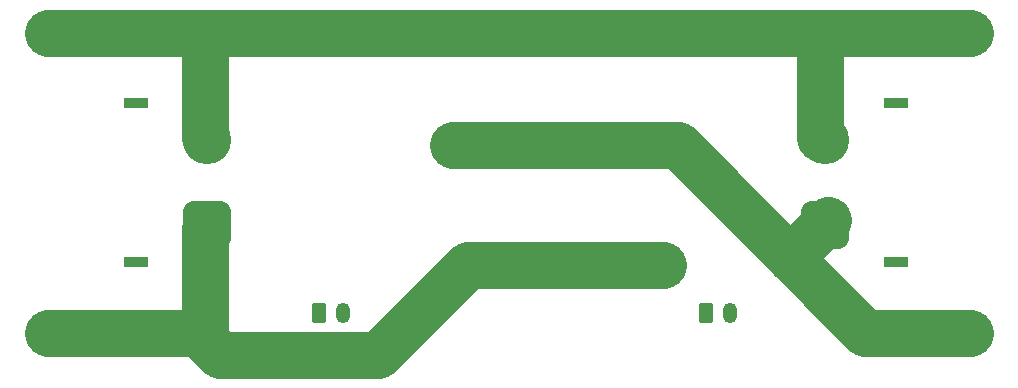
<source format=gbr>
%TF.GenerationSoftware,KiCad,Pcbnew,7.0.2*%
%TF.CreationDate,2023-07-12T23:48:00-04:00*%
%TF.ProjectId,Anti-Spark Switch,416e7469-2d53-4706-9172-6b2053776974,rev?*%
%TF.SameCoordinates,Original*%
%TF.FileFunction,Soldermask,Bot*%
%TF.FilePolarity,Negative*%
%FSLAX46Y46*%
G04 Gerber Fmt 4.6, Leading zero omitted, Abs format (unit mm)*
G04 Created by KiCad (PCBNEW 7.0.2) date 2023-07-12 23:48:00*
%MOMM*%
%LPD*%
G01*
G04 APERTURE LIST*
G04 Aperture macros list*
%AMRoundRect*
0 Rectangle with rounded corners*
0 $1 Rounding radius*
0 $2 $3 $4 $5 $6 $7 $8 $9 X,Y pos of 4 corners*
0 Add a 4 corners polygon primitive as box body*
4,1,4,$2,$3,$4,$5,$6,$7,$8,$9,$2,$3,0*
0 Add four circle primitives for the rounded corners*
1,1,$1+$1,$2,$3*
1,1,$1+$1,$4,$5*
1,1,$1+$1,$6,$7*
1,1,$1+$1,$8,$9*
0 Add four rect primitives between the rounded corners*
20,1,$1+$1,$2,$3,$4,$5,0*
20,1,$1+$1,$4,$5,$6,$7,0*
20,1,$1+$1,$6,$7,$8,$9,0*
20,1,$1+$1,$8,$9,$2,$3,0*%
G04 Aperture macros list end*
%ADD10C,4.000000*%
%ADD11R,2.000000X0.900000*%
%ADD12RoundRect,1.025000X1.025000X-1.025000X1.025000X1.025000X-1.025000X1.025000X-1.025000X-1.025000X0*%
%ADD13C,4.100000*%
%ADD14RoundRect,1.025000X-1.025000X1.025000X-1.025000X-1.025000X1.025000X-1.025000X1.025000X1.025000X0*%
%ADD15RoundRect,0.250000X-0.350000X-0.625000X0.350000X-0.625000X0.350000X0.625000X-0.350000X0.625000X0*%
%ADD16O,1.200000X1.750000*%
G04 APERTURE END LIST*
D10*
X125095000Y-100965000D02*
X125095000Y-92075000D01*
X125095000Y-108585000D02*
X125095000Y-118110000D01*
X177165000Y-100965000D02*
X177165000Y-92075000D01*
X174625000Y-111125000D02*
X177800000Y-107950000D01*
X180975000Y-117475000D02*
X189865000Y-117475000D01*
X165100000Y-101600000D02*
X180975000Y-117475000D01*
X146050000Y-101600000D02*
X165100000Y-101600000D01*
X147320000Y-111760000D02*
X163830000Y-111760000D01*
X139700000Y-119380000D02*
X147320000Y-111760000D01*
X126365000Y-119380000D02*
X139700000Y-119380000D01*
X124460000Y-117475000D02*
X126365000Y-119380000D01*
X111760000Y-117475000D02*
X124460000Y-117475000D01*
X111760000Y-92075000D02*
X189865000Y-92075000D01*
D11*
%TO.C,J8*%
X119260000Y-111525000D03*
X119260000Y-98025000D03*
D12*
X125260000Y-108375000D03*
D13*
X125260000Y-101175000D03*
%TD*%
D11*
%TO.C,J5*%
X183538000Y-98025000D03*
X183538000Y-111525000D03*
D14*
X177538000Y-108375000D03*
D13*
X177538000Y-101175000D03*
%TD*%
D15*
%TO.C,J3*%
X134747000Y-115824000D03*
D16*
X136747000Y-115824000D03*
%TD*%
D15*
%TO.C,J7*%
X167513000Y-115824000D03*
D16*
X169513000Y-115824000D03*
%TD*%
M02*

</source>
